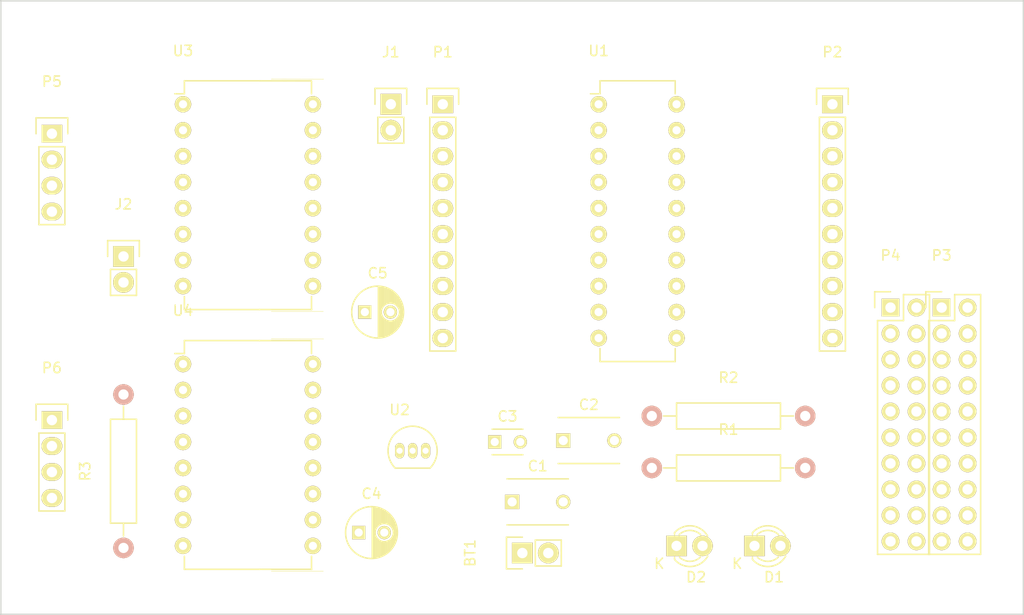
<source format=kicad_pcb>
(kicad_pcb (version 4) (host pcbnew "(2015-08-25 BZR 6127, Git a813deb)-product")

  (general
    (links 114)
    (no_connects 114)
    (area 58.42 39.37 240.03 160.02)
    (thickness 1.6)
    (drawings 4)
    (tracks 0)
    (zones 0)
    (modules 23)
    (nets 36)
  )

  (page A4)
  (layers
    (0 F.Cu signal)
    (31 B.Cu signal)
    (32 B.Adhes user)
    (33 F.Adhes user)
    (34 B.Paste user)
    (35 F.Paste user)
    (36 B.SilkS user)
    (37 F.SilkS user)
    (38 B.Mask user)
    (39 F.Mask user)
    (40 Dwgs.User user)
    (41 Cmts.User user)
    (42 Eco1.User user)
    (43 Eco2.User user)
    (44 Edge.Cuts user)
    (45 Margin user)
    (46 B.CrtYd user)
    (47 F.CrtYd user)
    (48 B.Fab user)
    (49 F.Fab user)
  )

  (setup
    (last_trace_width 0.25)
    (trace_clearance 0.2)
    (zone_clearance 0.508)
    (zone_45_only no)
    (trace_min 0.2)
    (segment_width 0.2)
    (edge_width 0.15)
    (via_size 0.6)
    (via_drill 0.4)
    (via_min_size 0.4)
    (via_min_drill 0.3)
    (uvia_size 0.3)
    (uvia_drill 0.1)
    (uvias_allowed no)
    (uvia_min_size 0.2)
    (uvia_min_drill 0.1)
    (pcb_text_width 0.3)
    (pcb_text_size 1.5 1.5)
    (mod_edge_width 0.15)
    (mod_text_size 1 1)
    (mod_text_width 0.15)
    (pad_size 1.524 1.524)
    (pad_drill 0.762)
    (pad_to_mask_clearance 0.2)
    (aux_axis_origin 0 0)
    (visible_elements FFFFFF7F)
    (pcbplotparams
      (layerselection 0x00030_80000001)
      (usegerberextensions false)
      (excludeedgelayer true)
      (linewidth 0.100000)
      (plotframeref false)
      (viasonmask false)
      (mode 1)
      (useauxorigin false)
      (hpglpennumber 1)
      (hpglpenspeed 20)
      (hpglpendiameter 15)
      (hpglpenoverlay 2)
      (psnegative false)
      (psa4output false)
      (plotreference true)
      (plotvalue true)
      (plotinvisibletext false)
      (padsonsilk false)
      (subtractmaskfromsilk false)
      (outputformat 1)
      (mirror false)
      (drillshape 1)
      (scaleselection 1)
      (outputdirectory ""))
  )

  (net 0 "")
  (net 1 +12V)
  (net 2 GND)
  (net 3 +3V3)
  (net 4 "Net-(D1-Pad2)")
  (net 5 "Net-(D2-Pad2)")
  (net 6 "Net-(J1-Pad1)")
  (net 7 "Net-(J2-Pad2)")
  (net 8 /LED1)
  (net 9 /IN1)
  (net 10 /IN2)
  (net 11 /IN3)
  (net 12 /IN4)
  (net 13 /IN5)
  (net 14 //ENABLE)
  (net 15 /DIR1)
  (net 16 /DIR2)
  (net 17 /STEP2)
  (net 18 /IN9)
  (net 19 /IN8)
  (net 20 /IN7)
  (net 21 /IN6)
  (net 22 /LED2)
  (net 23 /BUTTON5)
  (net 24 /IN10)
  (net 25 /STEP1)
  (net 26 "Net-(P5-Pad1)")
  (net 27 "Net-(P5-Pad2)")
  (net 28 "Net-(P5-Pad3)")
  (net 29 "Net-(P5-Pad4)")
  (net 30 "Net-(P6-Pad1)")
  (net 31 "Net-(P6-Pad2)")
  (net 32 "Net-(P6-Pad3)")
  (net 33 "Net-(P6-Pad4)")
  (net 34 "Net-(U3-Pad2)")
  (net 35 "Net-(U4-Pad2)")

  (net_class Default "This is the default net class."
    (clearance 0.2)
    (trace_width 0.25)
    (via_dia 0.6)
    (via_drill 0.4)
    (uvia_dia 0.3)
    (uvia_drill 0.1)
    (add_net //ENABLE)
    (add_net /BUTTON5)
    (add_net /DIR1)
    (add_net /DIR2)
    (add_net /IN1)
    (add_net /IN10)
    (add_net /IN2)
    (add_net /IN3)
    (add_net /IN4)
    (add_net /IN5)
    (add_net /IN6)
    (add_net /IN7)
    (add_net /IN8)
    (add_net /IN9)
    (add_net /LED1)
    (add_net /LED2)
    (add_net /STEP1)
    (add_net /STEP2)
    (add_net "Net-(D1-Pad2)")
    (add_net "Net-(D2-Pad2)")
    (add_net "Net-(J1-Pad1)")
    (add_net "Net-(J2-Pad2)")
    (add_net "Net-(U3-Pad2)")
    (add_net "Net-(U4-Pad2)")
  )

  (net_class Power ""
    (clearance 0.2)
    (trace_width 0.8)
    (via_dia 0.6)
    (via_drill 0.4)
    (uvia_dia 0.3)
    (uvia_drill 0.1)
    (add_net +12V)
    (add_net +3V3)
    (add_net GND)
    (add_net "Net-(P5-Pad1)")
    (add_net "Net-(P5-Pad2)")
    (add_net "Net-(P5-Pad3)")
    (add_net "Net-(P5-Pad4)")
    (add_net "Net-(P6-Pad1)")
    (add_net "Net-(P6-Pad2)")
    (add_net "Net-(P6-Pad3)")
    (add_net "Net-(P6-Pad4)")
  )

  (module Pin_Headers:Pin_Header_Straight_1x02 placed (layer F.Cu) (tedit 54EA090C) (tstamp 55E98E54)
    (at 116 117 90)
    (descr "Through hole pin header")
    (tags "pin header")
    (path /55E847C6)
    (fp_text reference BT1 (at 0 -5.1 90) (layer F.SilkS)
      (effects (font (size 1 1) (thickness 0.15)))
    )
    (fp_text value "Battery Pack" (at 0 -3.1 90) (layer F.Fab)
      (effects (font (size 1 1) (thickness 0.15)))
    )
    (fp_line (start 1.27 1.27) (end 1.27 3.81) (layer F.SilkS) (width 0.15))
    (fp_line (start 1.55 -1.55) (end 1.55 0) (layer F.SilkS) (width 0.15))
    (fp_line (start -1.75 -1.75) (end -1.75 4.3) (layer F.CrtYd) (width 0.05))
    (fp_line (start 1.75 -1.75) (end 1.75 4.3) (layer F.CrtYd) (width 0.05))
    (fp_line (start -1.75 -1.75) (end 1.75 -1.75) (layer F.CrtYd) (width 0.05))
    (fp_line (start -1.75 4.3) (end 1.75 4.3) (layer F.CrtYd) (width 0.05))
    (fp_line (start 1.27 1.27) (end -1.27 1.27) (layer F.SilkS) (width 0.15))
    (fp_line (start -1.55 0) (end -1.55 -1.55) (layer F.SilkS) (width 0.15))
    (fp_line (start -1.55 -1.55) (end 1.55 -1.55) (layer F.SilkS) (width 0.15))
    (fp_line (start -1.27 1.27) (end -1.27 3.81) (layer F.SilkS) (width 0.15))
    (fp_line (start -1.27 3.81) (end 1.27 3.81) (layer F.SilkS) (width 0.15))
    (pad 1 thru_hole rect (at 0 0 90) (size 2.032 2.032) (drill 1.016) (layers *.Cu *.Mask F.SilkS)
      (net 1 +12V))
    (pad 2 thru_hole oval (at 0 2.54 90) (size 2.032 2.032) (drill 1.016) (layers *.Cu *.Mask F.SilkS)
      (net 2 GND))
    (model Pin_Headers.3dshapes/Pin_Header_Straight_1x02.wrl
      (at (xyz 0 -0.05 0))
      (scale (xyz 1 1 1))
      (rotate (xyz 0 0 90))
    )
  )

  (module Capacitors_ThroughHole:C_Disc_D6_P5 placed (layer F.Cu) (tedit 0) (tstamp 55E98E5A)
    (at 115 112)
    (descr "Capacitor 6mm Disc, Pitch 5mm")
    (tags Capacitor)
    (path /55E7AC7D)
    (fp_text reference C1 (at 2.5 -3.5) (layer F.SilkS)
      (effects (font (size 1 1) (thickness 0.15)))
    )
    (fp_text value 0.1uf (at 2.5 3.5) (layer F.Fab)
      (effects (font (size 1 1) (thickness 0.15)))
    )
    (fp_line (start -0.95 -2.5) (end 5.95 -2.5) (layer F.CrtYd) (width 0.05))
    (fp_line (start 5.95 -2.5) (end 5.95 2.5) (layer F.CrtYd) (width 0.05))
    (fp_line (start 5.95 2.5) (end -0.95 2.5) (layer F.CrtYd) (width 0.05))
    (fp_line (start -0.95 2.5) (end -0.95 -2.5) (layer F.CrtYd) (width 0.05))
    (fp_line (start -0.5 -2.25) (end 5.5 -2.25) (layer F.SilkS) (width 0.15))
    (fp_line (start 5.5 2.25) (end -0.5 2.25) (layer F.SilkS) (width 0.15))
    (pad 1 thru_hole rect (at 0 0) (size 1.4 1.4) (drill 0.9) (layers *.Cu *.Mask F.SilkS)
      (net 1 +12V))
    (pad 2 thru_hole circle (at 5 0) (size 1.4 1.4) (drill 0.9) (layers *.Cu *.Mask F.SilkS)
      (net 2 GND))
    (model Capacitors_ThroughHole.3dshapes/C_Disc_D6_P5.wrl
      (at (xyz 0.0984252 0 0))
      (scale (xyz 1 1 1))
      (rotate (xyz 0 0 0))
    )
  )

  (module Capacitors_ThroughHole:C_Disc_D6_P5 placed (layer F.Cu) (tedit 0) (tstamp 55E98E60)
    (at 120 106)
    (descr "Capacitor 6mm Disc, Pitch 5mm")
    (tags Capacitor)
    (path /55E92F00)
    (fp_text reference C2 (at 2.5 -3.5) (layer F.SilkS)
      (effects (font (size 1 1) (thickness 0.15)))
    )
    (fp_text value 0.1uf (at 2.5 3.5) (layer F.Fab)
      (effects (font (size 1 1) (thickness 0.15)))
    )
    (fp_line (start -0.95 -2.5) (end 5.95 -2.5) (layer F.CrtYd) (width 0.05))
    (fp_line (start 5.95 -2.5) (end 5.95 2.5) (layer F.CrtYd) (width 0.05))
    (fp_line (start 5.95 2.5) (end -0.95 2.5) (layer F.CrtYd) (width 0.05))
    (fp_line (start -0.95 2.5) (end -0.95 -2.5) (layer F.CrtYd) (width 0.05))
    (fp_line (start -0.5 -2.25) (end 5.5 -2.25) (layer F.SilkS) (width 0.15))
    (fp_line (start 5.5 2.25) (end -0.5 2.25) (layer F.SilkS) (width 0.15))
    (pad 1 thru_hole rect (at 0 0) (size 1.4 1.4) (drill 0.9) (layers *.Cu *.Mask F.SilkS)
      (net 2 GND))
    (pad 2 thru_hole circle (at 5 0) (size 1.4 1.4) (drill 0.9) (layers *.Cu *.Mask F.SilkS)
      (net 3 +3V3))
    (model Capacitors_ThroughHole.3dshapes/C_Disc_D6_P5.wrl
      (at (xyz 0.0984252 0 0))
      (scale (xyz 1 1 1))
      (rotate (xyz 0 0 0))
    )
  )

  (module Capacitors_ThroughHole:C_Disc_D3_P2.5 placed (layer F.Cu) (tedit 0) (tstamp 55E98E66)
    (at 113.3 106.14)
    (descr "Capacitor 3mm Disc, Pitch 2.5mm")
    (tags Capacitor)
    (path /55E75F1C)
    (fp_text reference C3 (at 1.25 -2.5) (layer F.SilkS)
      (effects (font (size 1 1) (thickness 0.15)))
    )
    (fp_text value 2.2uf (at 1.25 2.5) (layer F.Fab)
      (effects (font (size 1 1) (thickness 0.15)))
    )
    (fp_line (start -0.9 -1.5) (end 3.4 -1.5) (layer F.CrtYd) (width 0.05))
    (fp_line (start 3.4 -1.5) (end 3.4 1.5) (layer F.CrtYd) (width 0.05))
    (fp_line (start 3.4 1.5) (end -0.9 1.5) (layer F.CrtYd) (width 0.05))
    (fp_line (start -0.9 1.5) (end -0.9 -1.5) (layer F.CrtYd) (width 0.05))
    (fp_line (start -0.25 -1.25) (end 2.75 -1.25) (layer F.SilkS) (width 0.15))
    (fp_line (start 2.75 1.25) (end -0.25 1.25) (layer F.SilkS) (width 0.15))
    (pad 1 thru_hole rect (at 0 0) (size 1.3 1.3) (drill 0.8) (layers *.Cu *.Mask F.SilkS)
      (net 3 +3V3))
    (pad 2 thru_hole circle (at 2.5 0) (size 1.3 1.3) (drill 0.8001) (layers *.Cu *.Mask F.SilkS)
      (net 2 GND))
    (model Capacitors_ThroughHole.3dshapes/C_Disc_D3_P2.5.wrl
      (at (xyz 0.0492126 0 0))
      (scale (xyz 1 1 1))
      (rotate (xyz 0 0 0))
    )
  )

  (module Capacitors_ThroughHole:C_Radial_D5_L6_P2.5 placed (layer F.Cu) (tedit 0) (tstamp 55E98E6C)
    (at 100 115)
    (descr "Radial Electrolytic Capacitor Diameter 5mm x Length 6mm, Pitch 2.5mm")
    (tags "Electrolytic Capacitor")
    (path /55E72C73)
    (fp_text reference C4 (at 1.25 -3.8) (layer F.SilkS)
      (effects (font (size 1 1) (thickness 0.15)))
    )
    (fp_text value 100uf (at 1.25 3.8) (layer F.Fab)
      (effects (font (size 1 1) (thickness 0.15)))
    )
    (fp_line (start 1.325 -2.499) (end 1.325 2.499) (layer F.SilkS) (width 0.15))
    (fp_line (start 1.465 -2.491) (end 1.465 2.491) (layer F.SilkS) (width 0.15))
    (fp_line (start 1.605 -2.475) (end 1.605 -0.095) (layer F.SilkS) (width 0.15))
    (fp_line (start 1.605 0.095) (end 1.605 2.475) (layer F.SilkS) (width 0.15))
    (fp_line (start 1.745 -2.451) (end 1.745 -0.49) (layer F.SilkS) (width 0.15))
    (fp_line (start 1.745 0.49) (end 1.745 2.451) (layer F.SilkS) (width 0.15))
    (fp_line (start 1.885 -2.418) (end 1.885 -0.657) (layer F.SilkS) (width 0.15))
    (fp_line (start 1.885 0.657) (end 1.885 2.418) (layer F.SilkS) (width 0.15))
    (fp_line (start 2.025 -2.377) (end 2.025 -0.764) (layer F.SilkS) (width 0.15))
    (fp_line (start 2.025 0.764) (end 2.025 2.377) (layer F.SilkS) (width 0.15))
    (fp_line (start 2.165 -2.327) (end 2.165 -0.835) (layer F.SilkS) (width 0.15))
    (fp_line (start 2.165 0.835) (end 2.165 2.327) (layer F.SilkS) (width 0.15))
    (fp_line (start 2.305 -2.266) (end 2.305 -0.879) (layer F.SilkS) (width 0.15))
    (fp_line (start 2.305 0.879) (end 2.305 2.266) (layer F.SilkS) (width 0.15))
    (fp_line (start 2.445 -2.196) (end 2.445 -0.898) (layer F.SilkS) (width 0.15))
    (fp_line (start 2.445 0.898) (end 2.445 2.196) (layer F.SilkS) (width 0.15))
    (fp_line (start 2.585 -2.114) (end 2.585 -0.896) (layer F.SilkS) (width 0.15))
    (fp_line (start 2.585 0.896) (end 2.585 2.114) (layer F.SilkS) (width 0.15))
    (fp_line (start 2.725 -2.019) (end 2.725 -0.871) (layer F.SilkS) (width 0.15))
    (fp_line (start 2.725 0.871) (end 2.725 2.019) (layer F.SilkS) (width 0.15))
    (fp_line (start 2.865 -1.908) (end 2.865 -0.823) (layer F.SilkS) (width 0.15))
    (fp_line (start 2.865 0.823) (end 2.865 1.908) (layer F.SilkS) (width 0.15))
    (fp_line (start 3.005 -1.78) (end 3.005 -0.745) (layer F.SilkS) (width 0.15))
    (fp_line (start 3.005 0.745) (end 3.005 1.78) (layer F.SilkS) (width 0.15))
    (fp_line (start 3.145 -1.631) (end 3.145 -0.628) (layer F.SilkS) (width 0.15))
    (fp_line (start 3.145 0.628) (end 3.145 1.631) (layer F.SilkS) (width 0.15))
    (fp_line (start 3.285 -1.452) (end 3.285 -0.44) (layer F.SilkS) (width 0.15))
    (fp_line (start 3.285 0.44) (end 3.285 1.452) (layer F.SilkS) (width 0.15))
    (fp_line (start 3.425 -1.233) (end 3.425 1.233) (layer F.SilkS) (width 0.15))
    (fp_line (start 3.565 -0.944) (end 3.565 0.944) (layer F.SilkS) (width 0.15))
    (fp_line (start 3.705 -0.472) (end 3.705 0.472) (layer F.SilkS) (width 0.15))
    (fp_circle (center 2.5 0) (end 2.5 -0.9) (layer F.SilkS) (width 0.15))
    (fp_circle (center 1.25 0) (end 1.25 -2.5375) (layer F.SilkS) (width 0.15))
    (fp_circle (center 1.25 0) (end 1.25 -2.8) (layer F.CrtYd) (width 0.05))
    (pad 1 thru_hole rect (at 0 0) (size 1.3 1.3) (drill 0.8) (layers *.Cu *.Mask F.SilkS)
      (net 1 +12V))
    (pad 2 thru_hole circle (at 2.5 0) (size 1.3 1.3) (drill 0.8) (layers *.Cu *.Mask F.SilkS)
      (net 2 GND))
    (model Capacitors_ThroughHole.3dshapes/C_Radial_D5_L6_P2.5.wrl
      (at (xyz 0.0492126 0 0))
      (scale (xyz 1 1 1))
      (rotate (xyz 0 0 90))
    )
  )

  (module Capacitors_ThroughHole:C_Radial_D5_L6_P2.5 placed (layer F.Cu) (tedit 0) (tstamp 55E98E72)
    (at 100.6 93.44)
    (descr "Radial Electrolytic Capacitor Diameter 5mm x Length 6mm, Pitch 2.5mm")
    (tags "Electrolytic Capacitor")
    (path /55E7807B)
    (fp_text reference C5 (at 1.25 -3.8) (layer F.SilkS)
      (effects (font (size 1 1) (thickness 0.15)))
    )
    (fp_text value 100uf (at 1.25 3.8) (layer F.Fab)
      (effects (font (size 1 1) (thickness 0.15)))
    )
    (fp_line (start 1.325 -2.499) (end 1.325 2.499) (layer F.SilkS) (width 0.15))
    (fp_line (start 1.465 -2.491) (end 1.465 2.491) (layer F.SilkS) (width 0.15))
    (fp_line (start 1.605 -2.475) (end 1.605 -0.095) (layer F.SilkS) (width 0.15))
    (fp_line (start 1.605 0.095) (end 1.605 2.475) (layer F.SilkS) (width 0.15))
    (fp_line (start 1.745 -2.451) (end 1.745 -0.49) (layer F.SilkS) (width 0.15))
    (fp_line (start 1.745 0.49) (end 1.745 2.451) (layer F.SilkS) (width 0.15))
    (fp_line (start 1.885 -2.418) (end 1.885 -0.657) (layer F.SilkS) (width 0.15))
    (fp_line (start 1.885 0.657) (end 1.885 2.418) (layer F.SilkS) (width 0.15))
    (fp_line (start 2.025 -2.377) (end 2.025 -0.764) (layer F.SilkS) (width 0.15))
    (fp_line (start 2.025 0.764) (end 2.025 2.377) (layer F.SilkS) (width 0.15))
    (fp_line (start 2.165 -2.327) (end 2.165 -0.835) (layer F.SilkS) (width 0.15))
    (fp_line (start 2.165 0.835) (end 2.165 2.327) (layer F.SilkS) (width 0.15))
    (fp_line (start 2.305 -2.266) (end 2.305 -0.879) (layer F.SilkS) (width 0.15))
    (fp_line (start 2.305 0.879) (end 2.305 2.266) (layer F.SilkS) (width 0.15))
    (fp_line (start 2.445 -2.196) (end 2.445 -0.898) (layer F.SilkS) (width 0.15))
    (fp_line (start 2.445 0.898) (end 2.445 2.196) (layer F.SilkS) (width 0.15))
    (fp_line (start 2.585 -2.114) (end 2.585 -0.896) (layer F.SilkS) (width 0.15))
    (fp_line (start 2.585 0.896) (end 2.585 2.114) (layer F.SilkS) (width 0.15))
    (fp_line (start 2.725 -2.019) (end 2.725 -0.871) (layer F.SilkS) (width 0.15))
    (fp_line (start 2.725 0.871) (end 2.725 2.019) (layer F.SilkS) (width 0.15))
    (fp_line (start 2.865 -1.908) (end 2.865 -0.823) (layer F.SilkS) (width 0.15))
    (fp_line (start 2.865 0.823) (end 2.865 1.908) (layer F.SilkS) (width 0.15))
    (fp_line (start 3.005 -1.78) (end 3.005 -0.745) (layer F.SilkS) (width 0.15))
    (fp_line (start 3.005 0.745) (end 3.005 1.78) (layer F.SilkS) (width 0.15))
    (fp_line (start 3.145 -1.631) (end 3.145 -0.628) (layer F.SilkS) (width 0.15))
    (fp_line (start 3.145 0.628) (end 3.145 1.631) (layer F.SilkS) (width 0.15))
    (fp_line (start 3.285 -1.452) (end 3.285 -0.44) (layer F.SilkS) (width 0.15))
    (fp_line (start 3.285 0.44) (end 3.285 1.452) (layer F.SilkS) (width 0.15))
    (fp_line (start 3.425 -1.233) (end 3.425 1.233) (layer F.SilkS) (width 0.15))
    (fp_line (start 3.565 -0.944) (end 3.565 0.944) (layer F.SilkS) (width 0.15))
    (fp_line (start 3.705 -0.472) (end 3.705 0.472) (layer F.SilkS) (width 0.15))
    (fp_circle (center 2.5 0) (end 2.5 -0.9) (layer F.SilkS) (width 0.15))
    (fp_circle (center 1.25 0) (end 1.25 -2.5375) (layer F.SilkS) (width 0.15))
    (fp_circle (center 1.25 0) (end 1.25 -2.8) (layer F.CrtYd) (width 0.05))
    (pad 1 thru_hole rect (at 0 0) (size 1.3 1.3) (drill 0.8) (layers *.Cu *.Mask F.SilkS)
      (net 1 +12V))
    (pad 2 thru_hole circle (at 2.5 0) (size 1.3 1.3) (drill 0.8) (layers *.Cu *.Mask F.SilkS)
      (net 2 GND))
    (model Capacitors_ThroughHole.3dshapes/C_Radial_D5_L6_P2.5.wrl
      (at (xyz 0.0492126 0 0))
      (scale (xyz 1 1 1))
      (rotate (xyz 0 0 90))
    )
  )

  (module LEDs:LED-3MM placed (layer F.Cu) (tedit 559B82F6) (tstamp 55E98E78)
    (at 138.7 116.3)
    (descr "LED 3mm round vertical")
    (tags "LED  3mm round vertical")
    (path /55E88B50)
    (fp_text reference D1 (at 1.91 3.06) (layer F.SilkS)
      (effects (font (size 1 1) (thickness 0.15)))
    )
    (fp_text value LED (at 1.3 -2.9) (layer F.Fab)
      (effects (font (size 1 1) (thickness 0.15)))
    )
    (fp_line (start -1.2 2.3) (end 3.8 2.3) (layer F.CrtYd) (width 0.05))
    (fp_line (start 3.8 2.3) (end 3.8 -2.2) (layer F.CrtYd) (width 0.05))
    (fp_line (start 3.8 -2.2) (end -1.2 -2.2) (layer F.CrtYd) (width 0.05))
    (fp_line (start -1.2 -2.2) (end -1.2 2.3) (layer F.CrtYd) (width 0.05))
    (fp_line (start -0.199 1.314) (end -0.199 1.114) (layer F.SilkS) (width 0.15))
    (fp_line (start -0.199 -1.28) (end -0.199 -1.1) (layer F.SilkS) (width 0.15))
    (fp_arc (start 1.301 0.034) (end -0.199 -1.286) (angle 108.5) (layer F.SilkS) (width 0.15))
    (fp_arc (start 1.301 0.034) (end 0.25 -1.1) (angle 85.7) (layer F.SilkS) (width 0.15))
    (fp_arc (start 1.311 0.034) (end 3.051 0.994) (angle 110) (layer F.SilkS) (width 0.15))
    (fp_arc (start 1.301 0.034) (end 2.335 1.094) (angle 87.5) (layer F.SilkS) (width 0.15))
    (fp_text user K (at -1.69 1.74) (layer F.SilkS)
      (effects (font (size 1 1) (thickness 0.15)))
    )
    (pad 1 thru_hole rect (at 0 0 90) (size 2 2) (drill 1.00076) (layers *.Cu *.Mask F.SilkS)
      (net 2 GND))
    (pad 2 thru_hole circle (at 2.54 0) (size 2 2) (drill 1.00076) (layers *.Cu *.Mask F.SilkS)
      (net 4 "Net-(D1-Pad2)"))
    (model LEDs.3dshapes/LED-3MM.wrl
      (at (xyz 0.05 0 0))
      (scale (xyz 1 1 1))
      (rotate (xyz 0 0 90))
    )
  )

  (module LEDs:LED-3MM placed (layer F.Cu) (tedit 559B82F6) (tstamp 55E98E7E)
    (at 131.08 116.3)
    (descr "LED 3mm round vertical")
    (tags "LED  3mm round vertical")
    (path /55E88C0C)
    (fp_text reference D2 (at 1.91 3.06) (layer F.SilkS)
      (effects (font (size 1 1) (thickness 0.15)))
    )
    (fp_text value LED (at 1.3 -2.9) (layer F.Fab)
      (effects (font (size 1 1) (thickness 0.15)))
    )
    (fp_line (start -1.2 2.3) (end 3.8 2.3) (layer F.CrtYd) (width 0.05))
    (fp_line (start 3.8 2.3) (end 3.8 -2.2) (layer F.CrtYd) (width 0.05))
    (fp_line (start 3.8 -2.2) (end -1.2 -2.2) (layer F.CrtYd) (width 0.05))
    (fp_line (start -1.2 -2.2) (end -1.2 2.3) (layer F.CrtYd) (width 0.05))
    (fp_line (start -0.199 1.314) (end -0.199 1.114) (layer F.SilkS) (width 0.15))
    (fp_line (start -0.199 -1.28) (end -0.199 -1.1) (layer F.SilkS) (width 0.15))
    (fp_arc (start 1.301 0.034) (end -0.199 -1.286) (angle 108.5) (layer F.SilkS) (width 0.15))
    (fp_arc (start 1.301 0.034) (end 0.25 -1.1) (angle 85.7) (layer F.SilkS) (width 0.15))
    (fp_arc (start 1.311 0.034) (end 3.051 0.994) (angle 110) (layer F.SilkS) (width 0.15))
    (fp_arc (start 1.301 0.034) (end 2.335 1.094) (angle 87.5) (layer F.SilkS) (width 0.15))
    (fp_text user K (at -1.69 1.74) (layer F.SilkS)
      (effects (font (size 1 1) (thickness 0.15)))
    )
    (pad 1 thru_hole rect (at 0 0 90) (size 2 2) (drill 1.00076) (layers *.Cu *.Mask F.SilkS)
      (net 2 GND))
    (pad 2 thru_hole circle (at 2.54 0) (size 2 2) (drill 1.00076) (layers *.Cu *.Mask F.SilkS)
      (net 5 "Net-(D2-Pad2)"))
    (model LEDs.3dshapes/LED-3MM.wrl
      (at (xyz 0.05 0 0))
      (scale (xyz 1 1 1))
      (rotate (xyz 0 0 90))
    )
  )

  (module Pin_Headers:Pin_Header_Straight_1x02 placed (layer F.Cu) (tedit 54EA090C) (tstamp 55E98E84)
    (at 103.14 73.12)
    (descr "Through hole pin header")
    (tags "pin header")
    (path /55E76E23)
    (fp_text reference J1 (at 0 -5.1) (layer F.SilkS)
      (effects (font (size 1 1) (thickness 0.15)))
    )
    (fp_text value CONN_01X02 (at 0 -3.1) (layer F.Fab)
      (effects (font (size 1 1) (thickness 0.15)))
    )
    (fp_line (start 1.27 1.27) (end 1.27 3.81) (layer F.SilkS) (width 0.15))
    (fp_line (start 1.55 -1.55) (end 1.55 0) (layer F.SilkS) (width 0.15))
    (fp_line (start -1.75 -1.75) (end -1.75 4.3) (layer F.CrtYd) (width 0.05))
    (fp_line (start 1.75 -1.75) (end 1.75 4.3) (layer F.CrtYd) (width 0.05))
    (fp_line (start -1.75 -1.75) (end 1.75 -1.75) (layer F.CrtYd) (width 0.05))
    (fp_line (start -1.75 4.3) (end 1.75 4.3) (layer F.CrtYd) (width 0.05))
    (fp_line (start 1.27 1.27) (end -1.27 1.27) (layer F.SilkS) (width 0.15))
    (fp_line (start -1.55 0) (end -1.55 -1.55) (layer F.SilkS) (width 0.15))
    (fp_line (start -1.55 -1.55) (end 1.55 -1.55) (layer F.SilkS) (width 0.15))
    (fp_line (start -1.27 1.27) (end -1.27 3.81) (layer F.SilkS) (width 0.15))
    (fp_line (start -1.27 3.81) (end 1.27 3.81) (layer F.SilkS) (width 0.15))
    (pad 1 thru_hole rect (at 0 0) (size 2.032 2.032) (drill 1.016) (layers *.Cu *.Mask F.SilkS)
      (net 6 "Net-(J1-Pad1)"))
    (pad 2 thru_hole oval (at 0 2.54) (size 2.032 2.032) (drill 1.016) (layers *.Cu *.Mask F.SilkS)
      (net 3 +3V3))
    (model Pin_Headers.3dshapes/Pin_Header_Straight_1x02.wrl
      (at (xyz 0 -0.05 0))
      (scale (xyz 1 1 1))
      (rotate (xyz 0 0 90))
    )
  )

  (module Pin_Headers:Pin_Header_Straight_1x02 placed (layer F.Cu) (tedit 54EA090C) (tstamp 55E98E8A)
    (at 77 88)
    (descr "Through hole pin header")
    (tags "pin header")
    (path /55E78593)
    (fp_text reference J2 (at 0 -5.1) (layer F.SilkS)
      (effects (font (size 1 1) (thickness 0.15)))
    )
    (fp_text value CONN_01X02 (at 0 -3.1) (layer F.Fab)
      (effects (font (size 1 1) (thickness 0.15)))
    )
    (fp_line (start 1.27 1.27) (end 1.27 3.81) (layer F.SilkS) (width 0.15))
    (fp_line (start 1.55 -1.55) (end 1.55 0) (layer F.SilkS) (width 0.15))
    (fp_line (start -1.75 -1.75) (end -1.75 4.3) (layer F.CrtYd) (width 0.05))
    (fp_line (start 1.75 -1.75) (end 1.75 4.3) (layer F.CrtYd) (width 0.05))
    (fp_line (start -1.75 -1.75) (end 1.75 -1.75) (layer F.CrtYd) (width 0.05))
    (fp_line (start -1.75 4.3) (end 1.75 4.3) (layer F.CrtYd) (width 0.05))
    (fp_line (start 1.27 1.27) (end -1.27 1.27) (layer F.SilkS) (width 0.15))
    (fp_line (start -1.55 0) (end -1.55 -1.55) (layer F.SilkS) (width 0.15))
    (fp_line (start -1.55 -1.55) (end 1.55 -1.55) (layer F.SilkS) (width 0.15))
    (fp_line (start -1.27 1.27) (end -1.27 3.81) (layer F.SilkS) (width 0.15))
    (fp_line (start -1.27 3.81) (end 1.27 3.81) (layer F.SilkS) (width 0.15))
    (pad 1 thru_hole rect (at 0 0) (size 2.032 2.032) (drill 1.016) (layers *.Cu *.Mask F.SilkS)
      (net 2 GND))
    (pad 2 thru_hole oval (at 0 2.54) (size 2.032 2.032) (drill 1.016) (layers *.Cu *.Mask F.SilkS)
      (net 7 "Net-(J2-Pad2)"))
    (model Pin_Headers.3dshapes/Pin_Header_Straight_1x02.wrl
      (at (xyz 0 -0.05 0))
      (scale (xyz 1 1 1))
      (rotate (xyz 0 0 90))
    )
  )

  (module Pin_Headers:Pin_Header_Straight_1x10 placed (layer F.Cu) (tedit 0) (tstamp 55E98E98)
    (at 108.22 73.12)
    (descr "Through hole pin header")
    (tags "pin header")
    (path /55E6FE89)
    (fp_text reference P1 (at 0 -5.1) (layer F.SilkS)
      (effects (font (size 1 1) (thickness 0.15)))
    )
    (fp_text value CONN_01X10 (at 0 -3.1) (layer F.Fab)
      (effects (font (size 1 1) (thickness 0.15)))
    )
    (fp_line (start -1.75 -1.75) (end -1.75 24.65) (layer F.CrtYd) (width 0.05))
    (fp_line (start 1.75 -1.75) (end 1.75 24.65) (layer F.CrtYd) (width 0.05))
    (fp_line (start -1.75 -1.75) (end 1.75 -1.75) (layer F.CrtYd) (width 0.05))
    (fp_line (start -1.75 24.65) (end 1.75 24.65) (layer F.CrtYd) (width 0.05))
    (fp_line (start 1.27 1.27) (end 1.27 24.13) (layer F.SilkS) (width 0.15))
    (fp_line (start 1.27 24.13) (end -1.27 24.13) (layer F.SilkS) (width 0.15))
    (fp_line (start -1.27 24.13) (end -1.27 1.27) (layer F.SilkS) (width 0.15))
    (fp_line (start 1.55 -1.55) (end 1.55 0) (layer F.SilkS) (width 0.15))
    (fp_line (start 1.27 1.27) (end -1.27 1.27) (layer F.SilkS) (width 0.15))
    (fp_line (start -1.55 0) (end -1.55 -1.55) (layer F.SilkS) (width 0.15))
    (fp_line (start -1.55 -1.55) (end 1.55 -1.55) (layer F.SilkS) (width 0.15))
    (pad 1 thru_hole rect (at 0 0) (size 2.032 1.7272) (drill 1.016) (layers *.Cu *.Mask F.SilkS)
      (net 6 "Net-(J1-Pad1)"))
    (pad 2 thru_hole oval (at 0 2.54) (size 2.032 1.7272) (drill 1.016) (layers *.Cu *.Mask F.SilkS)
      (net 8 /LED1))
    (pad 3 thru_hole oval (at 0 5.08) (size 2.032 1.7272) (drill 1.016) (layers *.Cu *.Mask F.SilkS)
      (net 9 /IN1))
    (pad 4 thru_hole oval (at 0 7.62) (size 2.032 1.7272) (drill 1.016) (layers *.Cu *.Mask F.SilkS)
      (net 10 /IN2))
    (pad 5 thru_hole oval (at 0 10.16) (size 2.032 1.7272) (drill 1.016) (layers *.Cu *.Mask F.SilkS)
      (net 11 /IN3))
    (pad 6 thru_hole oval (at 0 12.7) (size 2.032 1.7272) (drill 1.016) (layers *.Cu *.Mask F.SilkS)
      (net 12 /IN4))
    (pad 7 thru_hole oval (at 0 15.24) (size 2.032 1.7272) (drill 1.016) (layers *.Cu *.Mask F.SilkS)
      (net 13 /IN5))
    (pad 8 thru_hole oval (at 0 17.78) (size 2.032 1.7272) (drill 1.016) (layers *.Cu *.Mask F.SilkS)
      (net 14 //ENABLE))
    (pad 9 thru_hole oval (at 0 20.32) (size 2.032 1.7272) (drill 1.016) (layers *.Cu *.Mask F.SilkS)
      (net 15 /DIR1))
    (pad 10 thru_hole oval (at 0 22.86) (size 2.032 1.7272) (drill 1.016) (layers *.Cu *.Mask F.SilkS)
      (net 16 /DIR2))
    (model Pin_Headers.3dshapes/Pin_Header_Straight_1x10.wrl
      (at (xyz 0 -0.45 0))
      (scale (xyz 1 1 1))
      (rotate (xyz 0 0 90))
    )
  )

  (module Pin_Headers:Pin_Header_Straight_1x10 placed (layer F.Cu) (tedit 0) (tstamp 55E98EA6)
    (at 146.32 73.12)
    (descr "Through hole pin header")
    (tags "pin header")
    (path /55E7001E)
    (fp_text reference P2 (at 0 -5.1) (layer F.SilkS)
      (effects (font (size 1 1) (thickness 0.15)))
    )
    (fp_text value CONN_01X10 (at 0 -3.1) (layer F.Fab)
      (effects (font (size 1 1) (thickness 0.15)))
    )
    (fp_line (start -1.75 -1.75) (end -1.75 24.65) (layer F.CrtYd) (width 0.05))
    (fp_line (start 1.75 -1.75) (end 1.75 24.65) (layer F.CrtYd) (width 0.05))
    (fp_line (start -1.75 -1.75) (end 1.75 -1.75) (layer F.CrtYd) (width 0.05))
    (fp_line (start -1.75 24.65) (end 1.75 24.65) (layer F.CrtYd) (width 0.05))
    (fp_line (start 1.27 1.27) (end 1.27 24.13) (layer F.SilkS) (width 0.15))
    (fp_line (start 1.27 24.13) (end -1.27 24.13) (layer F.SilkS) (width 0.15))
    (fp_line (start -1.27 24.13) (end -1.27 1.27) (layer F.SilkS) (width 0.15))
    (fp_line (start 1.55 -1.55) (end 1.55 0) (layer F.SilkS) (width 0.15))
    (fp_line (start 1.27 1.27) (end -1.27 1.27) (layer F.SilkS) (width 0.15))
    (fp_line (start -1.55 0) (end -1.55 -1.55) (layer F.SilkS) (width 0.15))
    (fp_line (start -1.55 -1.55) (end 1.55 -1.55) (layer F.SilkS) (width 0.15))
    (pad 1 thru_hole rect (at 0 0) (size 2.032 1.7272) (drill 1.016) (layers *.Cu *.Mask F.SilkS)
      (net 2 GND))
    (pad 2 thru_hole oval (at 0 2.54) (size 2.032 1.7272) (drill 1.016) (layers *.Cu *.Mask F.SilkS)
      (net 17 /STEP2))
    (pad 3 thru_hole oval (at 0 5.08) (size 2.032 1.7272) (drill 1.016) (layers *.Cu *.Mask F.SilkS)
      (net 18 /IN9))
    (pad 4 thru_hole oval (at 0 7.62) (size 2.032 1.7272) (drill 1.016) (layers *.Cu *.Mask F.SilkS)
      (net 19 /IN8))
    (pad 5 thru_hole oval (at 0 10.16) (size 2.032 1.7272) (drill 1.016) (layers *.Cu *.Mask F.SilkS)
      (net 20 /IN7))
    (pad 6 thru_hole oval (at 0 12.7) (size 2.032 1.7272) (drill 1.016) (layers *.Cu *.Mask F.SilkS)
      (net 21 /IN6))
    (pad 7 thru_hole oval (at 0 15.24) (size 2.032 1.7272) (drill 1.016) (layers *.Cu *.Mask F.SilkS)
      (net 22 /LED2))
    (pad 8 thru_hole oval (at 0 17.78) (size 2.032 1.7272) (drill 1.016) (layers *.Cu *.Mask F.SilkS)
      (net 23 /BUTTON5))
    (pad 9 thru_hole oval (at 0 20.32) (size 2.032 1.7272) (drill 1.016) (layers *.Cu *.Mask F.SilkS)
      (net 24 /IN10))
    (pad 10 thru_hole oval (at 0 22.86) (size 2.032 1.7272) (drill 1.016) (layers *.Cu *.Mask F.SilkS)
      (net 25 /STEP1))
    (model Pin_Headers.3dshapes/Pin_Header_Straight_1x10.wrl
      (at (xyz 0 -0.45 0))
      (scale (xyz 1 1 1))
      (rotate (xyz 0 0 90))
    )
  )

  (module Pin_Headers:Pin_Header_Straight_2x10 placed (layer F.Cu) (tedit 0) (tstamp 55E98EBE)
    (at 157 93)
    (descr "Through hole pin header")
    (tags "pin header")
    (path /55E9D599)
    (fp_text reference P3 (at 0 -5.1) (layer F.SilkS)
      (effects (font (size 1 1) (thickness 0.15)))
    )
    (fp_text value CONN_02X10 (at 0 -3.1) (layer F.Fab)
      (effects (font (size 1 1) (thickness 0.15)))
    )
    (fp_line (start -1.75 -1.75) (end -1.75 24.65) (layer F.CrtYd) (width 0.05))
    (fp_line (start 4.3 -1.75) (end 4.3 24.65) (layer F.CrtYd) (width 0.05))
    (fp_line (start -1.75 -1.75) (end 4.3 -1.75) (layer F.CrtYd) (width 0.05))
    (fp_line (start -1.75 24.65) (end 4.3 24.65) (layer F.CrtYd) (width 0.05))
    (fp_line (start 3.81 24.13) (end 3.81 -1.27) (layer F.SilkS) (width 0.15))
    (fp_line (start -1.27 1.27) (end -1.27 24.13) (layer F.SilkS) (width 0.15))
    (fp_line (start 3.81 24.13) (end -1.27 24.13) (layer F.SilkS) (width 0.15))
    (fp_line (start 3.81 -1.27) (end 1.27 -1.27) (layer F.SilkS) (width 0.15))
    (fp_line (start 0 -1.55) (end -1.55 -1.55) (layer F.SilkS) (width 0.15))
    (fp_line (start 1.27 -1.27) (end 1.27 1.27) (layer F.SilkS) (width 0.15))
    (fp_line (start 1.27 1.27) (end -1.27 1.27) (layer F.SilkS) (width 0.15))
    (fp_line (start -1.55 -1.55) (end -1.55 0) (layer F.SilkS) (width 0.15))
    (pad 1 thru_hole rect (at 0 0) (size 1.7272 1.7272) (drill 1.016) (layers *.Cu *.Mask F.SilkS)
      (net 2 GND))
    (pad 2 thru_hole oval (at 2.54 0) (size 1.7272 1.7272) (drill 1.016) (layers *.Cu *.Mask F.SilkS)
      (net 9 /IN1))
    (pad 3 thru_hole oval (at 0 2.54) (size 1.7272 1.7272) (drill 1.016) (layers *.Cu *.Mask F.SilkS)
      (net 2 GND))
    (pad 4 thru_hole oval (at 2.54 2.54) (size 1.7272 1.7272) (drill 1.016) (layers *.Cu *.Mask F.SilkS)
      (net 10 /IN2))
    (pad 5 thru_hole oval (at 0 5.08) (size 1.7272 1.7272) (drill 1.016) (layers *.Cu *.Mask F.SilkS)
      (net 2 GND))
    (pad 6 thru_hole oval (at 2.54 5.08) (size 1.7272 1.7272) (drill 1.016) (layers *.Cu *.Mask F.SilkS)
      (net 11 /IN3))
    (pad 7 thru_hole oval (at 0 7.62) (size 1.7272 1.7272) (drill 1.016) (layers *.Cu *.Mask F.SilkS)
      (net 2 GND))
    (pad 8 thru_hole oval (at 2.54 7.62) (size 1.7272 1.7272) (drill 1.016) (layers *.Cu *.Mask F.SilkS)
      (net 12 /IN4))
    (pad 9 thru_hole oval (at 0 10.16) (size 1.7272 1.7272) (drill 1.016) (layers *.Cu *.Mask F.SilkS)
      (net 2 GND))
    (pad 10 thru_hole oval (at 2.54 10.16) (size 1.7272 1.7272) (drill 1.016) (layers *.Cu *.Mask F.SilkS)
      (net 13 /IN5))
    (pad 11 thru_hole oval (at 0 12.7) (size 1.7272 1.7272) (drill 1.016) (layers *.Cu *.Mask F.SilkS)
      (net 2 GND))
    (pad 12 thru_hole oval (at 2.54 12.7) (size 1.7272 1.7272) (drill 1.016) (layers *.Cu *.Mask F.SilkS)
      (net 21 /IN6))
    (pad 13 thru_hole oval (at 0 15.24) (size 1.7272 1.7272) (drill 1.016) (layers *.Cu *.Mask F.SilkS)
      (net 2 GND))
    (pad 14 thru_hole oval (at 2.54 15.24) (size 1.7272 1.7272) (drill 1.016) (layers *.Cu *.Mask F.SilkS)
      (net 20 /IN7))
    (pad 15 thru_hole oval (at 0 17.78) (size 1.7272 1.7272) (drill 1.016) (layers *.Cu *.Mask F.SilkS)
      (net 2 GND))
    (pad 16 thru_hole oval (at 2.54 17.78) (size 1.7272 1.7272) (drill 1.016) (layers *.Cu *.Mask F.SilkS)
      (net 19 /IN8))
    (pad 17 thru_hole oval (at 0 20.32) (size 1.7272 1.7272) (drill 1.016) (layers *.Cu *.Mask F.SilkS)
      (net 2 GND))
    (pad 18 thru_hole oval (at 2.54 20.32) (size 1.7272 1.7272) (drill 1.016) (layers *.Cu *.Mask F.SilkS)
      (net 18 /IN9))
    (pad 19 thru_hole oval (at 0 22.86) (size 1.7272 1.7272) (drill 1.016) (layers *.Cu *.Mask F.SilkS)
      (net 2 GND))
    (pad 20 thru_hole oval (at 2.54 22.86) (size 1.7272 1.7272) (drill 1.016) (layers *.Cu *.Mask F.SilkS)
      (net 24 /IN10))
    (model Pin_Headers.3dshapes/Pin_Header_Straight_2x10.wrl
      (at (xyz 0.05 -0.45 0))
      (scale (xyz 1 1 1))
      (rotate (xyz 0 0 90))
    )
  )

  (module Pin_Headers:Pin_Header_Straight_2x10 placed (layer F.Cu) (tedit 0) (tstamp 55E98ED6)
    (at 152 93)
    (descr "Through hole pin header")
    (tags "pin header")
    (path /55EA0321)
    (fp_text reference P4 (at 0 -5.1) (layer F.SilkS)
      (effects (font (size 1 1) (thickness 0.15)))
    )
    (fp_text value CONN_02X10 (at 0 -3.1) (layer F.Fab)
      (effects (font (size 1 1) (thickness 0.15)))
    )
    (fp_line (start -1.75 -1.75) (end -1.75 24.65) (layer F.CrtYd) (width 0.05))
    (fp_line (start 4.3 -1.75) (end 4.3 24.65) (layer F.CrtYd) (width 0.05))
    (fp_line (start -1.75 -1.75) (end 4.3 -1.75) (layer F.CrtYd) (width 0.05))
    (fp_line (start -1.75 24.65) (end 4.3 24.65) (layer F.CrtYd) (width 0.05))
    (fp_line (start 3.81 24.13) (end 3.81 -1.27) (layer F.SilkS) (width 0.15))
    (fp_line (start -1.27 1.27) (end -1.27 24.13) (layer F.SilkS) (width 0.15))
    (fp_line (start 3.81 24.13) (end -1.27 24.13) (layer F.SilkS) (width 0.15))
    (fp_line (start 3.81 -1.27) (end 1.27 -1.27) (layer F.SilkS) (width 0.15))
    (fp_line (start 0 -1.55) (end -1.55 -1.55) (layer F.SilkS) (width 0.15))
    (fp_line (start 1.27 -1.27) (end 1.27 1.27) (layer F.SilkS) (width 0.15))
    (fp_line (start 1.27 1.27) (end -1.27 1.27) (layer F.SilkS) (width 0.15))
    (fp_line (start -1.55 -1.55) (end -1.55 0) (layer F.SilkS) (width 0.15))
    (pad 1 thru_hole rect (at 0 0) (size 1.7272 1.7272) (drill 1.016) (layers *.Cu *.Mask F.SilkS)
      (net 3 +3V3))
    (pad 2 thru_hole oval (at 2.54 0) (size 1.7272 1.7272) (drill 1.016) (layers *.Cu *.Mask F.SilkS)
      (net 9 /IN1))
    (pad 3 thru_hole oval (at 0 2.54) (size 1.7272 1.7272) (drill 1.016) (layers *.Cu *.Mask F.SilkS)
      (net 3 +3V3))
    (pad 4 thru_hole oval (at 2.54 2.54) (size 1.7272 1.7272) (drill 1.016) (layers *.Cu *.Mask F.SilkS)
      (net 10 /IN2))
    (pad 5 thru_hole oval (at 0 5.08) (size 1.7272 1.7272) (drill 1.016) (layers *.Cu *.Mask F.SilkS)
      (net 3 +3V3))
    (pad 6 thru_hole oval (at 2.54 5.08) (size 1.7272 1.7272) (drill 1.016) (layers *.Cu *.Mask F.SilkS)
      (net 11 /IN3))
    (pad 7 thru_hole oval (at 0 7.62) (size 1.7272 1.7272) (drill 1.016) (layers *.Cu *.Mask F.SilkS)
      (net 3 +3V3))
    (pad 8 thru_hole oval (at 2.54 7.62) (size 1.7272 1.7272) (drill 1.016) (layers *.Cu *.Mask F.SilkS)
      (net 12 /IN4))
    (pad 9 thru_hole oval (at 0 10.16) (size 1.7272 1.7272) (drill 1.016) (layers *.Cu *.Mask F.SilkS)
      (net 3 +3V3))
    (pad 10 thru_hole oval (at 2.54 10.16) (size 1.7272 1.7272) (drill 1.016) (layers *.Cu *.Mask F.SilkS)
      (net 13 /IN5))
    (pad 11 thru_hole oval (at 0 12.7) (size 1.7272 1.7272) (drill 1.016) (layers *.Cu *.Mask F.SilkS)
      (net 3 +3V3))
    (pad 12 thru_hole oval (at 2.54 12.7) (size 1.7272 1.7272) (drill 1.016) (layers *.Cu *.Mask F.SilkS)
      (net 21 /IN6))
    (pad 13 thru_hole oval (at 0 15.24) (size 1.7272 1.7272) (drill 1.016) (layers *.Cu *.Mask F.SilkS)
      (net 3 +3V3))
    (pad 14 thru_hole oval (at 2.54 15.24) (size 1.7272 1.7272) (drill 1.016) (layers *.Cu *.Mask F.SilkS)
      (net 20 /IN7))
    (pad 15 thru_hole oval (at 0 17.78) (size 1.7272 1.7272) (drill 1.016) (layers *.Cu *.Mask F.SilkS)
      (net 3 +3V3))
    (pad 16 thru_hole oval (at 2.54 17.78) (size 1.7272 1.7272) (drill 1.016) (layers *.Cu *.Mask F.SilkS)
      (net 19 /IN8))
    (pad 17 thru_hole oval (at 0 20.32) (size 1.7272 1.7272) (drill 1.016) (layers *.Cu *.Mask F.SilkS)
      (net 3 +3V3))
    (pad 18 thru_hole oval (at 2.54 20.32) (size 1.7272 1.7272) (drill 1.016) (layers *.Cu *.Mask F.SilkS)
      (net 18 /IN9))
    (pad 19 thru_hole oval (at 0 22.86) (size 1.7272 1.7272) (drill 1.016) (layers *.Cu *.Mask F.SilkS)
      (net 3 +3V3))
    (pad 20 thru_hole oval (at 2.54 22.86) (size 1.7272 1.7272) (drill 1.016) (layers *.Cu *.Mask F.SilkS)
      (net 24 /IN10))
    (model Pin_Headers.3dshapes/Pin_Header_Straight_2x10.wrl
      (at (xyz 0.05 -0.45 0))
      (scale (xyz 1 1 1))
      (rotate (xyz 0 0 90))
    )
  )

  (module Pin_Headers:Pin_Header_Straight_1x04 placed (layer F.Cu) (tedit 0) (tstamp 55E98EDE)
    (at 70 76)
    (descr "Through hole pin header")
    (tags "pin header")
    (path /55E70AC1)
    (fp_text reference P5 (at 0 -5.1) (layer F.SilkS)
      (effects (font (size 1 1) (thickness 0.15)))
    )
    (fp_text value CONN_01X04 (at 0 -3.1) (layer F.Fab)
      (effects (font (size 1 1) (thickness 0.15)))
    )
    (fp_line (start -1.75 -1.75) (end -1.75 9.4) (layer F.CrtYd) (width 0.05))
    (fp_line (start 1.75 -1.75) (end 1.75 9.4) (layer F.CrtYd) (width 0.05))
    (fp_line (start -1.75 -1.75) (end 1.75 -1.75) (layer F.CrtYd) (width 0.05))
    (fp_line (start -1.75 9.4) (end 1.75 9.4) (layer F.CrtYd) (width 0.05))
    (fp_line (start -1.27 1.27) (end -1.27 8.89) (layer F.SilkS) (width 0.15))
    (fp_line (start 1.27 1.27) (end 1.27 8.89) (layer F.SilkS) (width 0.15))
    (fp_line (start 1.55 -1.55) (end 1.55 0) (layer F.SilkS) (width 0.15))
    (fp_line (start -1.27 8.89) (end 1.27 8.89) (layer F.SilkS) (width 0.15))
    (fp_line (start 1.27 1.27) (end -1.27 1.27) (layer F.SilkS) (width 0.15))
    (fp_line (start -1.55 0) (end -1.55 -1.55) (layer F.SilkS) (width 0.15))
    (fp_line (start -1.55 -1.55) (end 1.55 -1.55) (layer F.SilkS) (width 0.15))
    (pad 1 thru_hole rect (at 0 0) (size 2.032 1.7272) (drill 1.016) (layers *.Cu *.Mask F.SilkS)
      (net 26 "Net-(P5-Pad1)"))
    (pad 2 thru_hole oval (at 0 2.54) (size 2.032 1.7272) (drill 1.016) (layers *.Cu *.Mask F.SilkS)
      (net 27 "Net-(P5-Pad2)"))
    (pad 3 thru_hole oval (at 0 5.08) (size 2.032 1.7272) (drill 1.016) (layers *.Cu *.Mask F.SilkS)
      (net 28 "Net-(P5-Pad3)"))
    (pad 4 thru_hole oval (at 0 7.62) (size 2.032 1.7272) (drill 1.016) (layers *.Cu *.Mask F.SilkS)
      (net 29 "Net-(P5-Pad4)"))
    (model Pin_Headers.3dshapes/Pin_Header_Straight_1x04.wrl
      (at (xyz 0 -0.15 0))
      (scale (xyz 1 1 1))
      (rotate (xyz 0 0 90))
    )
  )

  (module Pin_Headers:Pin_Header_Straight_1x04 placed (layer F.Cu) (tedit 0) (tstamp 55E98EE6)
    (at 70 104)
    (descr "Through hole pin header")
    (tags "pin header")
    (path /55E70B94)
    (fp_text reference P6 (at 0 -5.1) (layer F.SilkS)
      (effects (font (size 1 1) (thickness 0.15)))
    )
    (fp_text value CONN_01X04 (at 0 -3.1) (layer F.Fab)
      (effects (font (size 1 1) (thickness 0.15)))
    )
    (fp_line (start -1.75 -1.75) (end -1.75 9.4) (layer F.CrtYd) (width 0.05))
    (fp_line (start 1.75 -1.75) (end 1.75 9.4) (layer F.CrtYd) (width 0.05))
    (fp_line (start -1.75 -1.75) (end 1.75 -1.75) (layer F.CrtYd) (width 0.05))
    (fp_line (start -1.75 9.4) (end 1.75 9.4) (layer F.CrtYd) (width 0.05))
    (fp_line (start -1.27 1.27) (end -1.27 8.89) (layer F.SilkS) (width 0.15))
    (fp_line (start 1.27 1.27) (end 1.27 8.89) (layer F.SilkS) (width 0.15))
    (fp_line (start 1.55 -1.55) (end 1.55 0) (layer F.SilkS) (width 0.15))
    (fp_line (start -1.27 8.89) (end 1.27 8.89) (layer F.SilkS) (width 0.15))
    (fp_line (start 1.27 1.27) (end -1.27 1.27) (layer F.SilkS) (width 0.15))
    (fp_line (start -1.55 0) (end -1.55 -1.55) (layer F.SilkS) (width 0.15))
    (fp_line (start -1.55 -1.55) (end 1.55 -1.55) (layer F.SilkS) (width 0.15))
    (pad 1 thru_hole rect (at 0 0) (size 2.032 1.7272) (drill 1.016) (layers *.Cu *.Mask F.SilkS)
      (net 30 "Net-(P6-Pad1)"))
    (pad 2 thru_hole oval (at 0 2.54) (size 2.032 1.7272) (drill 1.016) (layers *.Cu *.Mask F.SilkS)
      (net 31 "Net-(P6-Pad2)"))
    (pad 3 thru_hole oval (at 0 5.08) (size 2.032 1.7272) (drill 1.016) (layers *.Cu *.Mask F.SilkS)
      (net 32 "Net-(P6-Pad3)"))
    (pad 4 thru_hole oval (at 0 7.62) (size 2.032 1.7272) (drill 1.016) (layers *.Cu *.Mask F.SilkS)
      (net 33 "Net-(P6-Pad4)"))
    (model Pin_Headers.3dshapes/Pin_Header_Straight_1x04.wrl
      (at (xyz 0 -0.15 0))
      (scale (xyz 1 1 1))
      (rotate (xyz 0 0 90))
    )
  )

  (module Resistors_ThroughHole:Resistor_Horizontal_RM15mm placed (layer F.Cu) (tedit 53F56292) (tstamp 55E98EEC)
    (at 136.16 108.68)
    (descr "Resistor, Axial, RM 15mm,")
    (tags "Resistor, Axial, RM 15mm,")
    (path /55E889B9)
    (fp_text reference R1 (at 0 -3.74904) (layer F.SilkS)
      (effects (font (size 1 1) (thickness 0.15)))
    )
    (fp_text value 470 (at 0 4.0005) (layer F.Fab)
      (effects (font (size 1 1) (thickness 0.15)))
    )
    (fp_line (start -5.08 -1.27) (end -5.08 1.27) (layer F.SilkS) (width 0.15))
    (fp_line (start -5.08 1.27) (end 5.08 1.27) (layer F.SilkS) (width 0.15))
    (fp_line (start 5.08 1.27) (end 5.08 -1.27) (layer F.SilkS) (width 0.15))
    (fp_line (start 5.08 -1.27) (end -5.08 -1.27) (layer F.SilkS) (width 0.15))
    (fp_line (start 6.35 0) (end 5.08 0) (layer F.SilkS) (width 0.15))
    (fp_line (start -6.35 0) (end -5.08 0) (layer F.SilkS) (width 0.15))
    (pad 1 thru_hole circle (at -7.5 0) (size 1.99898 1.99898) (drill 1.00076) (layers *.Cu *.SilkS *.Mask)
      (net 8 /LED1))
    (pad 2 thru_hole circle (at 7.5 0) (size 1.99898 1.99898) (drill 1.00076) (layers *.Cu *.SilkS *.Mask)
      (net 4 "Net-(D1-Pad2)"))
    (model Resistors_ThroughHole.3dshapes/Resistor_Horizontal_RM15mm.wrl
      (at (xyz 0 0 0))
      (scale (xyz 0.4 0.4 0.4))
      (rotate (xyz 0 0 0))
    )
  )

  (module Resistors_ThroughHole:Resistor_Horizontal_RM15mm placed (layer F.Cu) (tedit 53F56292) (tstamp 55E98EF2)
    (at 136.16 103.6)
    (descr "Resistor, Axial, RM 15mm,")
    (tags "Resistor, Axial, RM 15mm,")
    (path /55E88A80)
    (fp_text reference R2 (at 0 -3.74904) (layer F.SilkS)
      (effects (font (size 1 1) (thickness 0.15)))
    )
    (fp_text value 470 (at 0 4.0005) (layer F.Fab)
      (effects (font (size 1 1) (thickness 0.15)))
    )
    (fp_line (start -5.08 -1.27) (end -5.08 1.27) (layer F.SilkS) (width 0.15))
    (fp_line (start -5.08 1.27) (end 5.08 1.27) (layer F.SilkS) (width 0.15))
    (fp_line (start 5.08 1.27) (end 5.08 -1.27) (layer F.SilkS) (width 0.15))
    (fp_line (start 5.08 -1.27) (end -5.08 -1.27) (layer F.SilkS) (width 0.15))
    (fp_line (start 6.35 0) (end 5.08 0) (layer F.SilkS) (width 0.15))
    (fp_line (start -6.35 0) (end -5.08 0) (layer F.SilkS) (width 0.15))
    (pad 1 thru_hole circle (at -7.5 0) (size 1.99898 1.99898) (drill 1.00076) (layers *.Cu *.SilkS *.Mask)
      (net 22 /LED2))
    (pad 2 thru_hole circle (at 7.5 0) (size 1.99898 1.99898) (drill 1.00076) (layers *.Cu *.SilkS *.Mask)
      (net 5 "Net-(D2-Pad2)"))
    (model Resistors_ThroughHole.3dshapes/Resistor_Horizontal_RM15mm.wrl
      (at (xyz 0 0 0))
      (scale (xyz 0.4 0.4 0.4))
      (rotate (xyz 0 0 0))
    )
  )

  (module Resistors_ThroughHole:Resistor_Horizontal_RM15mm placed (layer F.Cu) (tedit 53F56292) (tstamp 55E98EF8)
    (at 77 109 90)
    (descr "Resistor, Axial, RM 15mm,")
    (tags "Resistor, Axial, RM 15mm,")
    (path /55E786AD)
    (fp_text reference R3 (at 0 -3.74904 90) (layer F.SilkS)
      (effects (font (size 1 1) (thickness 0.15)))
    )
    (fp_text value 10k (at 0 4.0005 90) (layer F.Fab)
      (effects (font (size 1 1) (thickness 0.15)))
    )
    (fp_line (start -5.08 -1.27) (end -5.08 1.27) (layer F.SilkS) (width 0.15))
    (fp_line (start -5.08 1.27) (end 5.08 1.27) (layer F.SilkS) (width 0.15))
    (fp_line (start 5.08 1.27) (end 5.08 -1.27) (layer F.SilkS) (width 0.15))
    (fp_line (start 5.08 -1.27) (end -5.08 -1.27) (layer F.SilkS) (width 0.15))
    (fp_line (start 6.35 0) (end 5.08 0) (layer F.SilkS) (width 0.15))
    (fp_line (start -6.35 0) (end -5.08 0) (layer F.SilkS) (width 0.15))
    (pad 1 thru_hole circle (at -7.5 0 90) (size 1.99898 1.99898) (drill 1.00076) (layers *.Cu *.SilkS *.Mask)
      (net 3 +3V3))
    (pad 2 thru_hole circle (at 7.5 0 90) (size 1.99898 1.99898) (drill 1.00076) (layers *.Cu *.SilkS *.Mask)
      (net 7 "Net-(J2-Pad2)"))
    (model Resistors_ThroughHole.3dshapes/Resistor_Horizontal_RM15mm.wrl
      (at (xyz 0 0 0))
      (scale (xyz 0.4 0.4 0.4))
      (rotate (xyz 0 0 0))
    )
  )

  (module Housings_DIP:DIP-20_W7.62mm placed (layer F.Cu) (tedit 54130A77) (tstamp 55E98F10)
    (at 123.46 73.12)
    (descr "20-lead dip package, row spacing 7.62 mm (300 mils)")
    (tags "dil dip 2.54 300")
    (path /55E6FDC1)
    (fp_text reference U1 (at 0 -5.22) (layer F.SilkS)
      (effects (font (size 1 1) (thickness 0.15)))
    )
    (fp_text value MSP430G2553IN20 (at 0 -3.72) (layer F.Fab)
      (effects (font (size 1 1) (thickness 0.15)))
    )
    (fp_line (start -1.05 -2.45) (end -1.05 25.35) (layer F.CrtYd) (width 0.05))
    (fp_line (start 8.65 -2.45) (end 8.65 25.35) (layer F.CrtYd) (width 0.05))
    (fp_line (start -1.05 -2.45) (end 8.65 -2.45) (layer F.CrtYd) (width 0.05))
    (fp_line (start -1.05 25.35) (end 8.65 25.35) (layer F.CrtYd) (width 0.05))
    (fp_line (start 0.135 -2.295) (end 0.135 -1.025) (layer F.SilkS) (width 0.15))
    (fp_line (start 7.485 -2.295) (end 7.485 -1.025) (layer F.SilkS) (width 0.15))
    (fp_line (start 7.485 25.155) (end 7.485 23.885) (layer F.SilkS) (width 0.15))
    (fp_line (start 0.135 25.155) (end 0.135 23.885) (layer F.SilkS) (width 0.15))
    (fp_line (start 0.135 -2.295) (end 7.485 -2.295) (layer F.SilkS) (width 0.15))
    (fp_line (start 0.135 25.155) (end 7.485 25.155) (layer F.SilkS) (width 0.15))
    (fp_line (start 0.135 -1.025) (end -0.8 -1.025) (layer F.SilkS) (width 0.15))
    (pad 1 thru_hole oval (at 0 0) (size 1.6 1.6) (drill 0.8) (layers *.Cu *.Mask F.SilkS)
      (net 3 +3V3))
    (pad 2 thru_hole oval (at 0 2.54) (size 1.6 1.6) (drill 0.8) (layers *.Cu *.Mask F.SilkS)
      (net 8 /LED1))
    (pad 3 thru_hole oval (at 0 5.08) (size 1.6 1.6) (drill 0.8) (layers *.Cu *.Mask F.SilkS)
      (net 9 /IN1))
    (pad 4 thru_hole oval (at 0 7.62) (size 1.6 1.6) (drill 0.8) (layers *.Cu *.Mask F.SilkS)
      (net 10 /IN2))
    (pad 5 thru_hole oval (at 0 10.16) (size 1.6 1.6) (drill 0.8) (layers *.Cu *.Mask F.SilkS)
      (net 11 /IN3))
    (pad 6 thru_hole oval (at 0 12.7) (size 1.6 1.6) (drill 0.8) (layers *.Cu *.Mask F.SilkS)
      (net 12 /IN4))
    (pad 7 thru_hole oval (at 0 15.24) (size 1.6 1.6) (drill 0.8) (layers *.Cu *.Mask F.SilkS)
      (net 13 /IN5))
    (pad 8 thru_hole oval (at 0 17.78) (size 1.6 1.6) (drill 0.8) (layers *.Cu *.Mask F.SilkS)
      (net 14 //ENABLE))
    (pad 9 thru_hole oval (at 0 20.32) (size 1.6 1.6) (drill 0.8) (layers *.Cu *.Mask F.SilkS)
      (net 15 /DIR1))
    (pad 10 thru_hole oval (at 0 22.86) (size 1.6 1.6) (drill 0.8) (layers *.Cu *.Mask F.SilkS)
      (net 16 /DIR2))
    (pad 11 thru_hole oval (at 7.62 22.86) (size 1.6 1.6) (drill 0.8) (layers *.Cu *.Mask F.SilkS)
      (net 25 /STEP1))
    (pad 12 thru_hole oval (at 7.62 20.32) (size 1.6 1.6) (drill 0.8) (layers *.Cu *.Mask F.SilkS)
      (net 24 /IN10))
    (pad 13 thru_hole oval (at 7.62 17.78) (size 1.6 1.6) (drill 0.8) (layers *.Cu *.Mask F.SilkS)
      (net 23 /BUTTON5))
    (pad 14 thru_hole oval (at 7.62 15.24) (size 1.6 1.6) (drill 0.8) (layers *.Cu *.Mask F.SilkS)
      (net 22 /LED2))
    (pad 15 thru_hole oval (at 7.62 12.7) (size 1.6 1.6) (drill 0.8) (layers *.Cu *.Mask F.SilkS)
      (net 21 /IN6))
    (pad 16 thru_hole oval (at 7.62 10.16) (size 1.6 1.6) (drill 0.8) (layers *.Cu *.Mask F.SilkS)
      (net 20 /IN7))
    (pad 17 thru_hole oval (at 7.62 7.62) (size 1.6 1.6) (drill 0.8) (layers *.Cu *.Mask F.SilkS)
      (net 19 /IN8))
    (pad 18 thru_hole oval (at 7.62 5.08) (size 1.6 1.6) (drill 0.8) (layers *.Cu *.Mask F.SilkS)
      (net 18 /IN9))
    (pad 19 thru_hole oval (at 7.62 2.54) (size 1.6 1.6) (drill 0.8) (layers *.Cu *.Mask F.SilkS)
      (net 17 /STEP2))
    (pad 20 thru_hole oval (at 7.62 0) (size 1.6 1.6) (drill 0.8) (layers *.Cu *.Mask F.SilkS)
      (net 2 GND))
    (model Housings_DIP.3dshapes/DIP-20_W7.62mm.wrl
      (at (xyz 0 0 0))
      (scale (xyz 1 1 1))
      (rotate (xyz 0 0 0))
    )
  )

  (module Housings_TO-92:TO-92_Inline_Narrow_Oval placed (layer F.Cu) (tedit 54F24281) (tstamp 55E98F17)
    (at 104 107)
    (descr "TO-92 leads in-line, narrow, oval pads, drill 0.6mm (see NXP sot054_po.pdf)")
    (tags "to-92 sc-43 sc-43a sot54 PA33 transistor")
    (path /55E7532A)
    (fp_text reference U2 (at 0 -4) (layer F.SilkS)
      (effects (font (size 1 1) (thickness 0.15)))
    )
    (fp_text value LM2931Z-3.3/5.0 (at 0 3) (layer F.Fab)
      (effects (font (size 1 1) (thickness 0.15)))
    )
    (fp_line (start -1.4 1.95) (end -1.4 -2.65) (layer F.CrtYd) (width 0.05))
    (fp_line (start -1.4 1.95) (end 3.95 1.95) (layer F.CrtYd) (width 0.05))
    (fp_line (start -0.43 1.7) (end 2.97 1.7) (layer F.SilkS) (width 0.15))
    (fp_arc (start 1.27 0) (end 1.27 -2.4) (angle -135) (layer F.SilkS) (width 0.15))
    (fp_arc (start 1.27 0) (end 1.27 -2.4) (angle 135) (layer F.SilkS) (width 0.15))
    (fp_line (start -1.4 -2.65) (end 3.95 -2.65) (layer F.CrtYd) (width 0.05))
    (fp_line (start 3.95 1.95) (end 3.95 -2.65) (layer F.CrtYd) (width 0.05))
    (pad 2 thru_hole oval (at 1.27 0 180) (size 0.89916 1.50114) (drill 0.6) (layers *.Cu *.Mask F.SilkS)
      (net 2 GND))
    (pad 3 thru_hole oval (at 2.54 0 180) (size 0.89916 1.50114) (drill 0.6) (layers *.Cu *.Mask F.SilkS)
      (net 1 +12V))
    (pad 1 thru_hole oval (at 0 0 180) (size 0.89916 1.50114) (drill 0.6) (layers *.Cu *.Mask F.SilkS)
      (net 3 +3V3))
    (model Housings_TO-92.3dshapes/TO-92_Inline_Narrow_Oval.wrl
      (at (xyz 0.05 0 0))
      (scale (xyz 1 1 1))
      (rotate (xyz 0 0 -90))
    )
  )

  (module PololuDIP:DIP-16_W12.7mm placed (layer F.Cu) (tedit 55E76A39) (tstamp 55E98F2B)
    (at 82.82 73.12)
    (descr "16-lead dip package, row spacing 7.62 mm (300 mils)")
    (tags "dil dip 2.54 500")
    (path /55E705C8)
    (fp_text reference U3 (at 0 -5.22) (layer F.SilkS)
      (effects (font (size 1 1) (thickness 0.15)))
    )
    (fp_text value Pololu_DRV8825 (at 0 -3.72) (layer F.Fab)
      (effects (font (size 1 1) (thickness 0.15)))
    )
    (fp_line (start 8.636 -2.4638) (end 13.7414 -2.4511) (layer F.SilkS) (width 0.05))
    (fp_line (start 8.636 20.2565) (end 13.716 20.2565) (layer F.SilkS) (width 0.05))
    (fp_line (start 7.48 20.07) (end 12.58 20.07) (layer F.SilkS) (width 0.15))
    (fp_line (start 7.48 -2.29) (end 12.51 -2.29) (layer F.SilkS) (width 0.15))
    (fp_line (start -1.05 -2.45) (end -1.05 20.25) (layer F.CrtYd) (width 0.05))
    (fp_line (start 13.73 -2.45) (end 13.73 20.25) (layer F.CrtYd) (width 0.05))
    (fp_line (start -1.05 -2.45) (end 8.65 -2.45) (layer F.CrtYd) (width 0.05))
    (fp_line (start -1.05 20.25) (end 8.65 20.25) (layer F.CrtYd) (width 0.05))
    (fp_line (start 0.135 -2.295) (end 0.135 -1.025) (layer F.SilkS) (width 0.15))
    (fp_line (start 12.565 -2.295) (end 12.565 -1.025) (layer F.SilkS) (width 0.15))
    (fp_line (start 12.565 20.075) (end 12.565 18.805) (layer F.SilkS) (width 0.15))
    (fp_line (start 0.135 20.075) (end 0.135 18.805) (layer F.SilkS) (width 0.15))
    (fp_line (start 0.135 -2.295) (end 7.485 -2.295) (layer F.SilkS) (width 0.15))
    (fp_line (start 0.135 20.075) (end 7.485 20.075) (layer F.SilkS) (width 0.15))
    (fp_line (start 0.135 -1.025) (end -0.8 -1.025) (layer F.SilkS) (width 0.15))
    (pad 1 thru_hole oval (at 0 0) (size 1.6 1.6) (drill 0.8) (layers *.Cu *.Mask F.SilkS)
      (net 2 GND))
    (pad 2 thru_hole oval (at 0 2.54) (size 1.6 1.6) (drill 0.8) (layers *.Cu *.Mask F.SilkS)
      (net 34 "Net-(U3-Pad2)"))
    (pad 3 thru_hole oval (at 0 5.08) (size 1.6 1.6) (drill 0.8) (layers *.Cu *.Mask F.SilkS)
      (net 26 "Net-(P5-Pad1)"))
    (pad 4 thru_hole oval (at 0 7.62) (size 1.6 1.6) (drill 0.8) (layers *.Cu *.Mask F.SilkS)
      (net 27 "Net-(P5-Pad2)"))
    (pad 5 thru_hole oval (at 0 10.16) (size 1.6 1.6) (drill 0.8) (layers *.Cu *.Mask F.SilkS)
      (net 28 "Net-(P5-Pad3)"))
    (pad 6 thru_hole oval (at 0 12.7) (size 1.6 1.6) (drill 0.8) (layers *.Cu *.Mask F.SilkS)
      (net 29 "Net-(P5-Pad4)"))
    (pad 7 thru_hole oval (at 0 15.24) (size 1.6 1.6) (drill 0.8) (layers *.Cu *.Mask F.SilkS)
      (net 2 GND))
    (pad 8 thru_hole oval (at 0 17.78) (size 1.6 1.6) (drill 0.8) (layers *.Cu *.Mask F.SilkS)
      (net 1 +12V))
    (pad 9 thru_hole oval (at 12.7 17.78) (size 1.6 1.6) (drill 0.8) (layers *.Cu *.Mask F.SilkS)
      (net 14 //ENABLE))
    (pad 10 thru_hole oval (at 12.7 15.24) (size 1.6 1.6) (drill 0.8) (layers *.Cu *.Mask F.SilkS)
      (net 7 "Net-(J2-Pad2)"))
    (pad 11 thru_hole oval (at 12.7 12.7) (size 1.6 1.6) (drill 0.8) (layers *.Cu *.Mask F.SilkS)
      (net 7 "Net-(J2-Pad2)"))
    (pad 12 thru_hole oval (at 12.7 10.16) (size 1.6 1.6) (drill 0.8) (layers *.Cu *.Mask F.SilkS)
      (net 7 "Net-(J2-Pad2)"))
    (pad 13 thru_hole oval (at 12.7 7.62) (size 1.6 1.6) (drill 0.8) (layers *.Cu *.Mask F.SilkS)
      (net 3 +3V3))
    (pad 14 thru_hole oval (at 12.7 5.08) (size 1.6 1.6) (drill 0.8) (layers *.Cu *.Mask F.SilkS)
      (net 3 +3V3))
    (pad 15 thru_hole oval (at 12.7 2.54) (size 1.6 1.6) (drill 0.8) (layers *.Cu *.Mask F.SilkS)
      (net 25 /STEP1))
    (pad 16 thru_hole oval (at 12.7 0) (size 1.6 1.6) (drill 0.8) (layers *.Cu *.Mask F.SilkS)
      (net 15 /DIR1))
  )

  (module PololuDIP:DIP-16_W12.7mm placed (layer F.Cu) (tedit 55E76A39) (tstamp 55E98F3F)
    (at 82.82 98.52)
    (descr "16-lead dip package, row spacing 7.62 mm (300 mils)")
    (tags "dil dip 2.54 500")
    (path /55E70987)
    (fp_text reference U4 (at 0 -5.22) (layer F.SilkS)
      (effects (font (size 1 1) (thickness 0.15)))
    )
    (fp_text value Pololu_DRV8825 (at 0 -3.72) (layer F.Fab)
      (effects (font (size 1 1) (thickness 0.15)))
    )
    (fp_line (start 8.636 -2.4638) (end 13.7414 -2.4511) (layer F.SilkS) (width 0.05))
    (fp_line (start 8.636 20.2565) (end 13.716 20.2565) (layer F.SilkS) (width 0.05))
    (fp_line (start 7.48 20.07) (end 12.58 20.07) (layer F.SilkS) (width 0.15))
    (fp_line (start 7.48 -2.29) (end 12.51 -2.29) (layer F.SilkS) (width 0.15))
    (fp_line (start -1.05 -2.45) (end -1.05 20.25) (layer F.CrtYd) (width 0.05))
    (fp_line (start 13.73 -2.45) (end 13.73 20.25) (layer F.CrtYd) (width 0.05))
    (fp_line (start -1.05 -2.45) (end 8.65 -2.45) (layer F.CrtYd) (width 0.05))
    (fp_line (start -1.05 20.25) (end 8.65 20.25) (layer F.CrtYd) (width 0.05))
    (fp_line (start 0.135 -2.295) (end 0.135 -1.025) (layer F.SilkS) (width 0.15))
    (fp_line (start 12.565 -2.295) (end 12.565 -1.025) (layer F.SilkS) (width 0.15))
    (fp_line (start 12.565 20.075) (end 12.565 18.805) (layer F.SilkS) (width 0.15))
    (fp_line (start 0.135 20.075) (end 0.135 18.805) (layer F.SilkS) (width 0.15))
    (fp_line (start 0.135 -2.295) (end 7.485 -2.295) (layer F.SilkS) (width 0.15))
    (fp_line (start 0.135 20.075) (end 7.485 20.075) (layer F.SilkS) (width 0.15))
    (fp_line (start 0.135 -1.025) (end -0.8 -1.025) (layer F.SilkS) (width 0.15))
    (pad 1 thru_hole oval (at 0 0) (size 1.6 1.6) (drill 0.8) (layers *.Cu *.Mask F.SilkS)
      (net 2 GND))
    (pad 2 thru_hole oval (at 0 2.54) (size 1.6 1.6) (drill 0.8) (layers *.Cu *.Mask F.SilkS)
      (net 35 "Net-(U4-Pad2)"))
    (pad 3 thru_hole oval (at 0 5.08) (size 1.6 1.6) (drill 0.8) (layers *.Cu *.Mask F.SilkS)
      (net 30 "Net-(P6-Pad1)"))
    (pad 4 thru_hole oval (at 0 7.62) (size 1.6 1.6) (drill 0.8) (layers *.Cu *.Mask F.SilkS)
      (net 31 "Net-(P6-Pad2)"))
    (pad 5 thru_hole oval (at 0 10.16) (size 1.6 1.6) (drill 0.8) (layers *.Cu *.Mask F.SilkS)
      (net 32 "Net-(P6-Pad3)"))
    (pad 6 thru_hole oval (at 0 12.7) (size 1.6 1.6) (drill 0.8) (layers *.Cu *.Mask F.SilkS)
      (net 33 "Net-(P6-Pad4)"))
    (pad 7 thru_hole oval (at 0 15.24) (size 1.6 1.6) (drill 0.8) (layers *.Cu *.Mask F.SilkS)
      (net 2 GND))
    (pad 8 thru_hole oval (at 0 17.78) (size 1.6 1.6) (drill 0.8) (layers *.Cu *.Mask F.SilkS)
      (net 1 +12V))
    (pad 9 thru_hole oval (at 12.7 17.78) (size 1.6 1.6) (drill 0.8) (layers *.Cu *.Mask F.SilkS)
      (net 14 //ENABLE))
    (pad 10 thru_hole oval (at 12.7 15.24) (size 1.6 1.6) (drill 0.8) (layers *.Cu *.Mask F.SilkS)
      (net 7 "Net-(J2-Pad2)"))
    (pad 11 thru_hole oval (at 12.7 12.7) (size 1.6 1.6) (drill 0.8) (layers *.Cu *.Mask F.SilkS)
      (net 7 "Net-(J2-Pad2)"))
    (pad 12 thru_hole oval (at 12.7 10.16) (size 1.6 1.6) (drill 0.8) (layers *.Cu *.Mask F.SilkS)
      (net 7 "Net-(J2-Pad2)"))
    (pad 13 thru_hole oval (at 12.7 7.62) (size 1.6 1.6) (drill 0.8) (layers *.Cu *.Mask F.SilkS)
      (net 3 +3V3))
    (pad 14 thru_hole oval (at 12.7 5.08) (size 1.6 1.6) (drill 0.8) (layers *.Cu *.Mask F.SilkS)
      (net 3 +3V3))
    (pad 15 thru_hole oval (at 12.7 2.54) (size 1.6 1.6) (drill 0.8) (layers *.Cu *.Mask F.SilkS)
      (net 17 /STEP2))
    (pad 16 thru_hole oval (at 12.7 0) (size 1.6 1.6) (drill 0.8) (layers *.Cu *.Mask F.SilkS)
      (net 16 /DIR2))
  )

  (gr_line (start 65 123) (end 165 123) (angle 90) (layer Edge.Cuts) (width 0.15))
  (gr_line (start 65 63) (end 65 123) (angle 90) (layer Edge.Cuts) (width 0.15))
  (gr_line (start 165 63) (end 65 63) (angle 90) (layer Edge.Cuts) (width 0.15))
  (gr_line (start 165 123) (end 165 63) (angle 90) (layer Edge.Cuts) (width 0.15))

)

</source>
